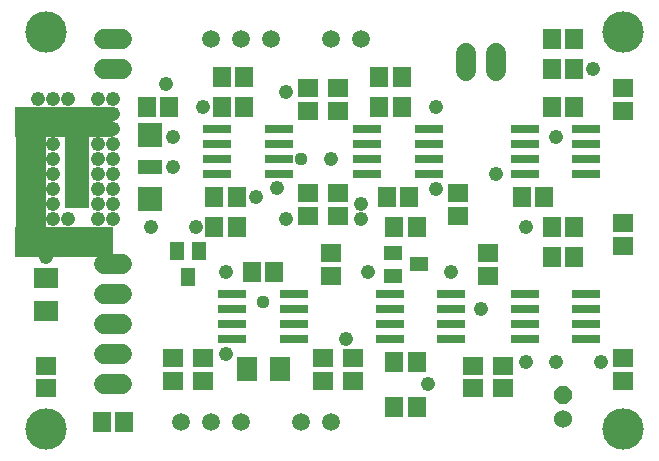
<source format=gts>
G75*
G70*
%OFA0B0*%
%FSLAX24Y24*%
%IPPOS*%
%LPD*%
%AMOC8*
5,1,8,0,0,1.08239X$1,22.5*
%
%ADD10R,0.3250X0.1000*%
%ADD11R,0.1000X0.3000*%
%ADD12R,0.0946X0.0316*%
%ADD13R,0.0671X0.0592*%
%ADD14R,0.0592X0.0671*%
%ADD15R,0.0710X0.0789*%
%ADD16R,0.0631X0.0474*%
%ADD17C,0.0674*%
%ADD18R,0.0474X0.0631*%
%ADD19C,0.0595*%
%ADD20R,0.0828X0.0828*%
%ADD21R,0.0828X0.0513*%
%ADD22R,0.0828X0.2718*%
%ADD23OC8,0.0600*%
%ADD24C,0.0600*%
%ADD25R,0.0790X0.0710*%
%ADD26C,0.1380*%
%ADD27C,0.0476*%
%ADD28C,0.0440*%
D10*
X002055Y007680D03*
X002055Y011680D03*
D11*
X000930Y009680D03*
D12*
X007156Y009930D03*
X007156Y010430D03*
X007156Y010930D03*
X007156Y011430D03*
X009204Y011430D03*
X009204Y010930D03*
X009204Y010430D03*
X009204Y009930D03*
X012156Y009930D03*
X012156Y010430D03*
X012156Y010930D03*
X012156Y011430D03*
X014204Y011430D03*
X014204Y010930D03*
X014204Y010430D03*
X014204Y009930D03*
X017406Y009930D03*
X017406Y010430D03*
X017406Y010930D03*
X017406Y011430D03*
X019454Y011430D03*
X019454Y010930D03*
X019454Y010430D03*
X019454Y009930D03*
X019454Y005930D03*
X019454Y005430D03*
X019454Y004930D03*
X019454Y004430D03*
X017406Y004430D03*
X017406Y004930D03*
X017406Y005430D03*
X017406Y005930D03*
X014954Y005930D03*
X014954Y005430D03*
X014954Y004930D03*
X014954Y004430D03*
X012906Y004430D03*
X012906Y004930D03*
X012906Y005430D03*
X012906Y005930D03*
X009704Y005930D03*
X009704Y005430D03*
X009704Y004930D03*
X009704Y004430D03*
X007656Y004430D03*
X007656Y004930D03*
X007656Y005430D03*
X007656Y005930D03*
D13*
X006680Y003804D03*
X006680Y003056D03*
X005680Y003056D03*
X005680Y003804D03*
X001430Y003554D03*
X001430Y002806D03*
X010180Y008556D03*
X010180Y009304D03*
X011180Y009304D03*
X011180Y008556D03*
X010930Y007304D03*
X010930Y006556D03*
X010680Y003804D03*
X011680Y003804D03*
X011680Y003056D03*
X010680Y003056D03*
X015680Y002806D03*
X015680Y003554D03*
X016680Y003554D03*
X016680Y002806D03*
X020680Y003056D03*
X020680Y003804D03*
X016180Y006556D03*
X016180Y007304D03*
X015180Y008556D03*
X015180Y009304D03*
X011180Y012056D03*
X011180Y012804D03*
X010180Y012804D03*
X010180Y012056D03*
X020680Y012056D03*
X020680Y012804D03*
X020680Y008304D03*
X020680Y007556D03*
D14*
X019054Y007180D03*
X018306Y007180D03*
X018306Y008180D03*
X019054Y008180D03*
X018054Y009180D03*
X017306Y009180D03*
X013804Y008180D03*
X013056Y008180D03*
X012806Y009180D03*
X013554Y009180D03*
X013304Y012180D03*
X012556Y012180D03*
X012556Y013180D03*
X013304Y013180D03*
X018306Y013430D03*
X019054Y013430D03*
X019054Y014430D03*
X018306Y014430D03*
X018306Y012180D03*
X019054Y012180D03*
X009054Y006680D03*
X008306Y006680D03*
X007804Y008180D03*
X007056Y008180D03*
X007056Y009180D03*
X007804Y009180D03*
X008054Y012180D03*
X007306Y012180D03*
X007306Y013180D03*
X008054Y013180D03*
X005554Y012180D03*
X004806Y012180D03*
X013056Y003680D03*
X013804Y003680D03*
X013804Y002180D03*
X013056Y002180D03*
X004054Y001680D03*
X003306Y001680D03*
D15*
X008129Y003430D03*
X009231Y003430D03*
D16*
X012997Y006556D03*
X013863Y006930D03*
X012997Y007304D03*
D17*
X015430Y013383D02*
X015430Y013977D01*
X016430Y013977D02*
X016430Y013383D01*
X003977Y013430D02*
X003383Y013430D01*
X003383Y014430D02*
X003977Y014430D01*
X003977Y006930D02*
X003383Y006930D01*
X003383Y005930D02*
X003977Y005930D01*
X003977Y004930D02*
X003383Y004930D01*
X003383Y003930D02*
X003977Y003930D01*
X003977Y002930D02*
X003383Y002930D01*
D18*
X006180Y006497D03*
X005806Y007363D03*
X006554Y007363D03*
D19*
X006930Y001680D03*
X007930Y001680D03*
X005930Y001680D03*
X009930Y001680D03*
X010930Y001680D03*
X010930Y014430D03*
X011930Y014430D03*
X008930Y014430D03*
X007930Y014430D03*
X006930Y014430D03*
D20*
X004900Y011243D03*
X004900Y009117D03*
D21*
X004900Y010180D03*
D22*
X002460Y010180D03*
D23*
X018680Y002580D03*
D24*
X018680Y001780D03*
D25*
X001430Y005370D03*
X001430Y006490D03*
D26*
X001430Y001430D03*
X001430Y014680D03*
X020680Y014680D03*
X020680Y001430D03*
D27*
X019930Y003680D03*
X018430Y003680D03*
X017430Y003680D03*
X015930Y005430D03*
X014930Y006680D03*
X017430Y008180D03*
X016430Y009930D03*
X014430Y009430D03*
X011930Y008930D03*
X011930Y008430D03*
X012180Y006680D03*
X009430Y008430D03*
X008430Y009180D03*
X009130Y009480D03*
X010930Y010430D03*
X009430Y012680D03*
X006680Y012180D03*
X005680Y011180D03*
X005680Y010180D03*
X003680Y009930D03*
X003180Y009930D03*
X003180Y009430D03*
X003680Y009430D03*
X003680Y008930D03*
X003180Y008930D03*
X003180Y008430D03*
X003180Y008430D03*
X003680Y008430D03*
X003680Y008430D03*
X004930Y008180D03*
X006430Y008180D03*
X007430Y006680D03*
X007430Y003930D03*
X011430Y004430D03*
X014180Y002930D03*
X003680Y010430D03*
X003180Y010430D03*
X003180Y010930D03*
X003680Y010930D03*
X003680Y011430D03*
X003180Y011430D03*
X003180Y011930D03*
X003680Y011930D03*
X003680Y012430D03*
X003180Y012430D03*
X002180Y012430D03*
X001680Y012430D03*
X001180Y012430D03*
X001180Y011930D03*
X001680Y011930D03*
X002180Y011930D03*
X001680Y011430D03*
X001180Y011430D03*
X001180Y010930D03*
X001680Y010930D03*
X001680Y010430D03*
X001180Y010430D03*
X001180Y009930D03*
X001680Y009930D03*
X001680Y009430D03*
X001180Y009430D03*
X001180Y008930D03*
X001680Y008930D03*
X001680Y008430D03*
X001180Y008430D03*
X001180Y007930D03*
X001680Y007930D03*
X002180Y007930D03*
X002180Y008430D03*
X001430Y007180D03*
X005430Y012930D03*
X014430Y012180D03*
X018430Y011180D03*
X019680Y013430D03*
D28*
X009930Y010430D03*
X008680Y005680D03*
M02*

</source>
